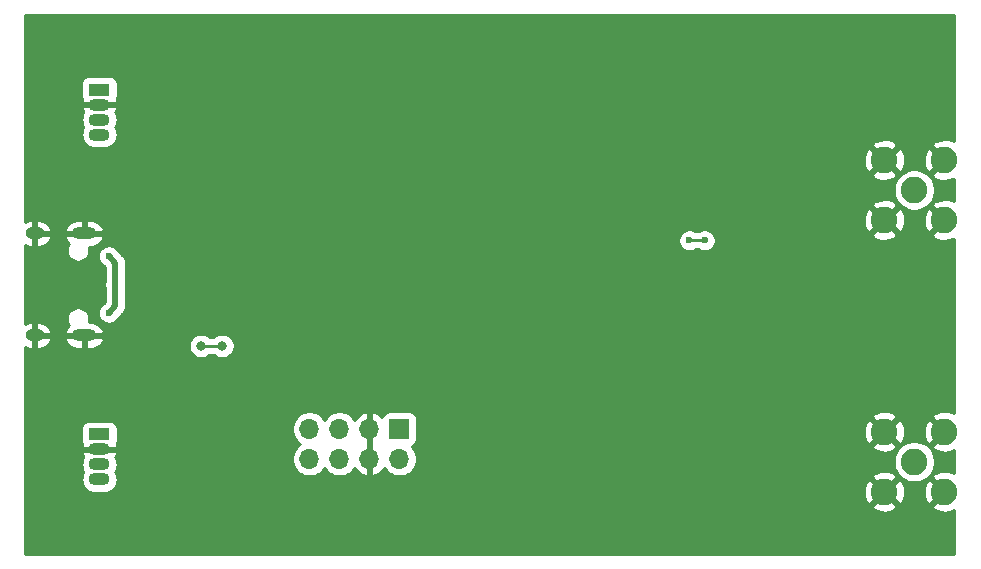
<source format=gbr>
G04 #@! TF.GenerationSoftware,KiCad,Pcbnew,5.1.8-db9833491~87~ubuntu20.04.1*
G04 #@! TF.CreationDate,2020-11-19T11:44:44+01:00*
G04 #@! TF.ProjectId,daisy,64616973-792e-46b6-9963-61645f706362,v1.0*
G04 #@! TF.SameCoordinates,Original*
G04 #@! TF.FileFunction,Copper,L2,Bot*
G04 #@! TF.FilePolarity,Positive*
%FSLAX46Y46*%
G04 Gerber Fmt 4.6, Leading zero omitted, Abs format (unit mm)*
G04 Created by KiCad (PCBNEW 5.1.8-db9833491~87~ubuntu20.04.1) date 2020-11-19 11:44:44*
%MOMM*%
%LPD*%
G01*
G04 APERTURE LIST*
G04 #@! TA.AperFunction,ComponentPad*
%ADD10C,2.250000*%
G04 #@! TD*
G04 #@! TA.AperFunction,ComponentPad*
%ADD11O,1.600000X1.000000*%
G04 #@! TD*
G04 #@! TA.AperFunction,ComponentPad*
%ADD12O,2.100000X1.000000*%
G04 #@! TD*
G04 #@! TA.AperFunction,ComponentPad*
%ADD13O,1.800000X1.070000*%
G04 #@! TD*
G04 #@! TA.AperFunction,ComponentPad*
%ADD14R,1.800000X1.070000*%
G04 #@! TD*
G04 #@! TA.AperFunction,ComponentPad*
%ADD15R,1.700000X1.700000*%
G04 #@! TD*
G04 #@! TA.AperFunction,ComponentPad*
%ADD16O,1.700000X1.700000*%
G04 #@! TD*
G04 #@! TA.AperFunction,ViaPad*
%ADD17C,0.600000*%
G04 #@! TD*
G04 #@! TA.AperFunction,ViaPad*
%ADD18C,0.800000*%
G04 #@! TD*
G04 #@! TA.AperFunction,Conductor*
%ADD19C,0.500000*%
G04 #@! TD*
G04 #@! TA.AperFunction,Conductor*
%ADD20C,0.250000*%
G04 #@! TD*
G04 #@! TA.AperFunction,Conductor*
%ADD21C,0.254000*%
G04 #@! TD*
G04 #@! TA.AperFunction,Conductor*
%ADD22C,0.100000*%
G04 #@! TD*
G04 APERTURE END LIST*
D10*
X196000000Y-128500000D03*
X193460000Y-131040000D03*
X198540000Y-131040000D03*
X198540000Y-125960000D03*
X193460000Y-125960000D03*
X196000000Y-105500000D03*
X193460000Y-108040000D03*
X198540000Y-108040000D03*
X198540000Y-102960000D03*
X193460000Y-102960000D03*
D11*
X121530000Y-117820000D03*
X121530000Y-109180000D03*
D12*
X125710000Y-109180000D03*
X125710000Y-117820000D03*
D13*
X127000000Y-100810000D03*
X127000000Y-99540000D03*
X127000000Y-98270000D03*
D14*
X127000000Y-97000000D03*
X127000000Y-126200000D03*
D13*
X127000000Y-127470000D03*
X127000000Y-128740000D03*
X127000000Y-130010000D03*
D15*
X152400000Y-125730000D03*
D16*
X152400000Y-128270000D03*
X149860000Y-125730000D03*
X149860000Y-128270000D03*
X147320000Y-125730000D03*
X147320000Y-128270000D03*
X144780000Y-125730000D03*
X144780000Y-128270000D03*
D17*
X130530002Y-113500000D03*
D18*
X127800000Y-122050000D03*
X135000000Y-122050000D03*
D17*
X144050006Y-112750000D03*
D18*
X138160000Y-107439998D03*
X143830000Y-119560000D03*
X134930000Y-116330000D03*
X150000001Y-112230000D03*
X189500000Y-132850000D03*
X186950000Y-132850000D03*
X189500000Y-117150012D03*
X188249974Y-117150000D03*
X186950000Y-117150000D03*
X180100000Y-117150000D03*
X172499998Y-117150000D03*
X173750000Y-117150000D03*
X189499998Y-94150000D03*
X188250002Y-94150000D03*
X186950000Y-94150000D03*
X181400000Y-94150000D03*
X180100000Y-94150010D03*
X186950000Y-109850000D03*
X189500000Y-109849996D03*
X181374990Y-117150000D03*
X178049990Y-116500000D03*
X178050000Y-93500000D03*
X173750000Y-94149994D03*
X172500000Y-94150000D03*
X172510002Y-107140000D03*
X172500000Y-130139998D03*
X131430000Y-121190000D03*
X131879999Y-116100000D03*
X131879990Y-110900000D03*
X149990000Y-113740000D03*
X142839998Y-121060000D03*
D17*
X127800000Y-115900000D03*
X128340000Y-113500000D03*
X127800000Y-111100000D03*
D18*
X137400000Y-118700000D03*
X135600000Y-118700000D03*
D17*
X176939996Y-109760000D03*
X178230000Y-109760001D03*
D19*
X127800000Y-115900000D02*
X128340000Y-115360000D01*
X128340000Y-113924264D02*
X128340000Y-113500000D01*
X128340000Y-115360000D02*
X128340000Y-113924264D01*
X128340000Y-113075736D02*
X128340000Y-113500000D01*
X127800000Y-111100000D02*
X128340000Y-111640000D01*
X128340000Y-111640000D02*
X128340000Y-113075736D01*
D20*
X135600000Y-118700000D02*
X137400000Y-118700000D01*
X177805736Y-109760001D02*
X178230000Y-109760001D01*
X176939996Y-109760000D02*
X177805736Y-109760001D01*
D21*
X199315000Y-101379813D02*
X199163160Y-101304911D01*
X198828295Y-101215140D01*
X198482350Y-101192424D01*
X198138620Y-101237634D01*
X197810315Y-101349034D01*
X197605921Y-101458286D01*
X197495074Y-101735469D01*
X198540000Y-102780395D01*
X198554143Y-102766253D01*
X198733748Y-102945858D01*
X198719605Y-102960000D01*
X198733748Y-102974143D01*
X198554143Y-103153748D01*
X198540000Y-103139605D01*
X197495074Y-104184531D01*
X197605921Y-104461714D01*
X197916840Y-104615089D01*
X198251705Y-104704860D01*
X198597650Y-104727576D01*
X198941380Y-104682366D01*
X199269685Y-104570966D01*
X199315000Y-104546744D01*
X199315000Y-106459813D01*
X199163160Y-106384911D01*
X198828295Y-106295140D01*
X198482350Y-106272424D01*
X198138620Y-106317634D01*
X197810315Y-106429034D01*
X197605921Y-106538286D01*
X197495074Y-106815469D01*
X198540000Y-107860395D01*
X198554143Y-107846253D01*
X198733748Y-108025858D01*
X198719605Y-108040000D01*
X198733748Y-108054143D01*
X198554143Y-108233748D01*
X198540000Y-108219605D01*
X197495074Y-109264531D01*
X197605921Y-109541714D01*
X197916840Y-109695089D01*
X198251705Y-109784860D01*
X198597650Y-109807576D01*
X198941380Y-109762366D01*
X199269685Y-109650966D01*
X199315000Y-109626744D01*
X199315001Y-124379813D01*
X199163160Y-124304911D01*
X198828295Y-124215140D01*
X198482350Y-124192424D01*
X198138620Y-124237634D01*
X197810315Y-124349034D01*
X197605921Y-124458286D01*
X197495074Y-124735469D01*
X198540000Y-125780395D01*
X198554143Y-125766253D01*
X198733748Y-125945858D01*
X198719605Y-125960000D01*
X198733748Y-125974143D01*
X198554143Y-126153748D01*
X198540000Y-126139605D01*
X197495074Y-127184531D01*
X197605921Y-127461714D01*
X197916840Y-127615089D01*
X198251705Y-127704860D01*
X198597650Y-127727576D01*
X198941380Y-127682366D01*
X199269685Y-127570966D01*
X199315001Y-127546744D01*
X199315001Y-129459813D01*
X199163160Y-129384911D01*
X198828295Y-129295140D01*
X198482350Y-129272424D01*
X198138620Y-129317634D01*
X197810315Y-129429034D01*
X197605921Y-129538286D01*
X197495074Y-129815469D01*
X198540000Y-130860395D01*
X198554143Y-130846253D01*
X198733748Y-131025858D01*
X198719605Y-131040000D01*
X198733748Y-131054143D01*
X198554143Y-131233748D01*
X198540000Y-131219605D01*
X197495074Y-132264531D01*
X197605921Y-132541714D01*
X197916840Y-132695089D01*
X198251705Y-132784860D01*
X198597650Y-132807576D01*
X198941380Y-132762366D01*
X199269685Y-132650966D01*
X199315001Y-132626744D01*
X199315001Y-136315000D01*
X120685000Y-136315000D01*
X120685000Y-132264531D01*
X192415074Y-132264531D01*
X192525921Y-132541714D01*
X192836840Y-132695089D01*
X193171705Y-132784860D01*
X193517650Y-132807576D01*
X193861380Y-132762366D01*
X194189685Y-132650966D01*
X194394079Y-132541714D01*
X194504926Y-132264531D01*
X193460000Y-131219605D01*
X192415074Y-132264531D01*
X120685000Y-132264531D01*
X120685000Y-128740000D01*
X125459339Y-128740000D01*
X125481929Y-128969360D01*
X125548831Y-129189906D01*
X125647766Y-129375000D01*
X125548831Y-129560094D01*
X125481929Y-129780640D01*
X125459339Y-130010000D01*
X125481929Y-130239360D01*
X125548831Y-130459906D01*
X125657474Y-130663162D01*
X125803682Y-130841318D01*
X125981838Y-130987526D01*
X126185094Y-131096169D01*
X126405640Y-131163071D01*
X126577523Y-131180000D01*
X127422477Y-131180000D01*
X127594360Y-131163071D01*
X127810023Y-131097650D01*
X191692424Y-131097650D01*
X191737634Y-131441380D01*
X191849034Y-131769685D01*
X191958286Y-131974079D01*
X192235469Y-132084926D01*
X193280395Y-131040000D01*
X193639605Y-131040000D01*
X194684531Y-132084926D01*
X194961714Y-131974079D01*
X195115089Y-131663160D01*
X195204860Y-131328295D01*
X195220004Y-131097650D01*
X196772424Y-131097650D01*
X196817634Y-131441380D01*
X196929034Y-131769685D01*
X197038286Y-131974079D01*
X197315469Y-132084926D01*
X198360395Y-131040000D01*
X197315469Y-129995074D01*
X197038286Y-130105921D01*
X196884911Y-130416840D01*
X196795140Y-130751705D01*
X196772424Y-131097650D01*
X195220004Y-131097650D01*
X195227576Y-130982350D01*
X195182366Y-130638620D01*
X195070966Y-130310315D01*
X194961714Y-130105921D01*
X194684531Y-129995074D01*
X193639605Y-131040000D01*
X193280395Y-131040000D01*
X192235469Y-129995074D01*
X191958286Y-130105921D01*
X191804911Y-130416840D01*
X191715140Y-130751705D01*
X191692424Y-131097650D01*
X127810023Y-131097650D01*
X127814906Y-131096169D01*
X128018162Y-130987526D01*
X128196318Y-130841318D01*
X128342526Y-130663162D01*
X128451169Y-130459906D01*
X128518071Y-130239360D01*
X128540661Y-130010000D01*
X128521502Y-129815469D01*
X192415074Y-129815469D01*
X193460000Y-130860395D01*
X194504926Y-129815469D01*
X194394079Y-129538286D01*
X194083160Y-129384911D01*
X193748295Y-129295140D01*
X193402350Y-129272424D01*
X193058620Y-129317634D01*
X192730315Y-129429034D01*
X192525921Y-129538286D01*
X192415074Y-129815469D01*
X128521502Y-129815469D01*
X128518071Y-129780640D01*
X128451169Y-129560094D01*
X128352234Y-129375000D01*
X128451169Y-129189906D01*
X128518071Y-128969360D01*
X128540661Y-128740000D01*
X128518071Y-128510640D01*
X128451169Y-128290094D01*
X128350846Y-128102404D01*
X128408377Y-128014421D01*
X128493900Y-127777383D01*
X128368244Y-127597000D01*
X127627560Y-127597000D01*
X127594360Y-127586929D01*
X127422477Y-127570000D01*
X126577523Y-127570000D01*
X126405640Y-127586929D01*
X126372440Y-127597000D01*
X125631756Y-127597000D01*
X125506100Y-127777383D01*
X125591623Y-128014421D01*
X125649154Y-128102404D01*
X125548831Y-128290094D01*
X125481929Y-128510640D01*
X125459339Y-128740000D01*
X120685000Y-128740000D01*
X120685000Y-125665000D01*
X125461928Y-125665000D01*
X125461928Y-126735000D01*
X125474188Y-126859482D01*
X125510498Y-126979180D01*
X125547385Y-127048190D01*
X125506100Y-127162617D01*
X125631756Y-127343000D01*
X125916800Y-127343000D01*
X125975518Y-127360812D01*
X126100000Y-127373072D01*
X127900000Y-127373072D01*
X128024482Y-127360812D01*
X128083200Y-127343000D01*
X128368244Y-127343000D01*
X128493900Y-127162617D01*
X128452615Y-127048190D01*
X128489502Y-126979180D01*
X128525812Y-126859482D01*
X128538072Y-126735000D01*
X128538072Y-125665000D01*
X128530069Y-125583740D01*
X143295000Y-125583740D01*
X143295000Y-125876260D01*
X143352068Y-126163158D01*
X143464010Y-126433411D01*
X143626525Y-126676632D01*
X143833368Y-126883475D01*
X144007760Y-127000000D01*
X143833368Y-127116525D01*
X143626525Y-127323368D01*
X143464010Y-127566589D01*
X143352068Y-127836842D01*
X143295000Y-128123740D01*
X143295000Y-128416260D01*
X143352068Y-128703158D01*
X143464010Y-128973411D01*
X143626525Y-129216632D01*
X143833368Y-129423475D01*
X144076589Y-129585990D01*
X144346842Y-129697932D01*
X144633740Y-129755000D01*
X144926260Y-129755000D01*
X145213158Y-129697932D01*
X145483411Y-129585990D01*
X145726632Y-129423475D01*
X145933475Y-129216632D01*
X146050000Y-129042240D01*
X146166525Y-129216632D01*
X146373368Y-129423475D01*
X146616589Y-129585990D01*
X146886842Y-129697932D01*
X147173740Y-129755000D01*
X147466260Y-129755000D01*
X147753158Y-129697932D01*
X148023411Y-129585990D01*
X148266632Y-129423475D01*
X148473475Y-129216632D01*
X148595195Y-129034466D01*
X148664822Y-129151355D01*
X148859731Y-129367588D01*
X149093080Y-129541641D01*
X149355901Y-129666825D01*
X149503110Y-129711476D01*
X149733000Y-129590155D01*
X149733000Y-128397000D01*
X149713000Y-128397000D01*
X149713000Y-128143000D01*
X149733000Y-128143000D01*
X149733000Y-125857000D01*
X149713000Y-125857000D01*
X149713000Y-125603000D01*
X149733000Y-125603000D01*
X149733000Y-124409845D01*
X149987000Y-124409845D01*
X149987000Y-125603000D01*
X150007000Y-125603000D01*
X150007000Y-125857000D01*
X149987000Y-125857000D01*
X149987000Y-128143000D01*
X150007000Y-128143000D01*
X150007000Y-128397000D01*
X149987000Y-128397000D01*
X149987000Y-129590155D01*
X150216890Y-129711476D01*
X150364099Y-129666825D01*
X150626920Y-129541641D01*
X150860269Y-129367588D01*
X151055178Y-129151355D01*
X151124805Y-129034466D01*
X151246525Y-129216632D01*
X151453368Y-129423475D01*
X151696589Y-129585990D01*
X151966842Y-129697932D01*
X152253740Y-129755000D01*
X152546260Y-129755000D01*
X152833158Y-129697932D01*
X153103411Y-129585990D01*
X153346632Y-129423475D01*
X153553475Y-129216632D01*
X153715990Y-128973411D01*
X153827932Y-128703158D01*
X153885000Y-128416260D01*
X153885000Y-128326655D01*
X194240000Y-128326655D01*
X194240000Y-128673345D01*
X194307636Y-129013373D01*
X194440308Y-129333673D01*
X194632919Y-129621935D01*
X194878065Y-129867081D01*
X195166327Y-130059692D01*
X195486627Y-130192364D01*
X195826655Y-130260000D01*
X196173345Y-130260000D01*
X196513373Y-130192364D01*
X196833673Y-130059692D01*
X197121935Y-129867081D01*
X197367081Y-129621935D01*
X197559692Y-129333673D01*
X197692364Y-129013373D01*
X197760000Y-128673345D01*
X197760000Y-128326655D01*
X197692364Y-127986627D01*
X197559692Y-127666327D01*
X197367081Y-127378065D01*
X197121935Y-127132919D01*
X196833673Y-126940308D01*
X196513373Y-126807636D01*
X196173345Y-126740000D01*
X195826655Y-126740000D01*
X195486627Y-126807636D01*
X195166327Y-126940308D01*
X194878065Y-127132919D01*
X194632919Y-127378065D01*
X194440308Y-127666327D01*
X194307636Y-127986627D01*
X194240000Y-128326655D01*
X153885000Y-128326655D01*
X153885000Y-128123740D01*
X153827932Y-127836842D01*
X153715990Y-127566589D01*
X153553475Y-127323368D01*
X153421620Y-127191513D01*
X153444636Y-127184531D01*
X192415074Y-127184531D01*
X192525921Y-127461714D01*
X192836840Y-127615089D01*
X193171705Y-127704860D01*
X193517650Y-127727576D01*
X193861380Y-127682366D01*
X194189685Y-127570966D01*
X194394079Y-127461714D01*
X194504926Y-127184531D01*
X193460000Y-126139605D01*
X192415074Y-127184531D01*
X153444636Y-127184531D01*
X153494180Y-127169502D01*
X153604494Y-127110537D01*
X153701185Y-127031185D01*
X153780537Y-126934494D01*
X153839502Y-126824180D01*
X153875812Y-126704482D01*
X153888072Y-126580000D01*
X153888072Y-126017650D01*
X191692424Y-126017650D01*
X191737634Y-126361380D01*
X191849034Y-126689685D01*
X191958286Y-126894079D01*
X192235469Y-127004926D01*
X193280395Y-125960000D01*
X193639605Y-125960000D01*
X194684531Y-127004926D01*
X194961714Y-126894079D01*
X195115089Y-126583160D01*
X195204860Y-126248295D01*
X195220004Y-126017650D01*
X196772424Y-126017650D01*
X196817634Y-126361380D01*
X196929034Y-126689685D01*
X197038286Y-126894079D01*
X197315469Y-127004926D01*
X198360395Y-125960000D01*
X197315469Y-124915074D01*
X197038286Y-125025921D01*
X196884911Y-125336840D01*
X196795140Y-125671705D01*
X196772424Y-126017650D01*
X195220004Y-126017650D01*
X195227576Y-125902350D01*
X195182366Y-125558620D01*
X195070966Y-125230315D01*
X194961714Y-125025921D01*
X194684531Y-124915074D01*
X193639605Y-125960000D01*
X193280395Y-125960000D01*
X192235469Y-124915074D01*
X191958286Y-125025921D01*
X191804911Y-125336840D01*
X191715140Y-125671705D01*
X191692424Y-126017650D01*
X153888072Y-126017650D01*
X153888072Y-124880000D01*
X153875812Y-124755518D01*
X153869731Y-124735469D01*
X192415074Y-124735469D01*
X193460000Y-125780395D01*
X194504926Y-124735469D01*
X194394079Y-124458286D01*
X194083160Y-124304911D01*
X193748295Y-124215140D01*
X193402350Y-124192424D01*
X193058620Y-124237634D01*
X192730315Y-124349034D01*
X192525921Y-124458286D01*
X192415074Y-124735469D01*
X153869731Y-124735469D01*
X153839502Y-124635820D01*
X153780537Y-124525506D01*
X153701185Y-124428815D01*
X153604494Y-124349463D01*
X153494180Y-124290498D01*
X153374482Y-124254188D01*
X153250000Y-124241928D01*
X151550000Y-124241928D01*
X151425518Y-124254188D01*
X151305820Y-124290498D01*
X151195506Y-124349463D01*
X151098815Y-124428815D01*
X151019463Y-124525506D01*
X150960498Y-124635820D01*
X150936034Y-124716466D01*
X150860269Y-124632412D01*
X150626920Y-124458359D01*
X150364099Y-124333175D01*
X150216890Y-124288524D01*
X149987000Y-124409845D01*
X149733000Y-124409845D01*
X149503110Y-124288524D01*
X149355901Y-124333175D01*
X149093080Y-124458359D01*
X148859731Y-124632412D01*
X148664822Y-124848645D01*
X148595195Y-124965534D01*
X148473475Y-124783368D01*
X148266632Y-124576525D01*
X148023411Y-124414010D01*
X147753158Y-124302068D01*
X147466260Y-124245000D01*
X147173740Y-124245000D01*
X146886842Y-124302068D01*
X146616589Y-124414010D01*
X146373368Y-124576525D01*
X146166525Y-124783368D01*
X146050000Y-124957760D01*
X145933475Y-124783368D01*
X145726632Y-124576525D01*
X145483411Y-124414010D01*
X145213158Y-124302068D01*
X144926260Y-124245000D01*
X144633740Y-124245000D01*
X144346842Y-124302068D01*
X144076589Y-124414010D01*
X143833368Y-124576525D01*
X143626525Y-124783368D01*
X143464010Y-125026589D01*
X143352068Y-125296842D01*
X143295000Y-125583740D01*
X128530069Y-125583740D01*
X128525812Y-125540518D01*
X128489502Y-125420820D01*
X128430537Y-125310506D01*
X128351185Y-125213815D01*
X128254494Y-125134463D01*
X128144180Y-125075498D01*
X128024482Y-125039188D01*
X127900000Y-125026928D01*
X126100000Y-125026928D01*
X125975518Y-125039188D01*
X125855820Y-125075498D01*
X125745506Y-125134463D01*
X125648815Y-125213815D01*
X125569463Y-125310506D01*
X125510498Y-125420820D01*
X125474188Y-125540518D01*
X125461928Y-125665000D01*
X120685000Y-125665000D01*
X120685000Y-118822873D01*
X120884013Y-118908415D01*
X121103000Y-118955000D01*
X121403000Y-118955000D01*
X121403000Y-117947000D01*
X121657000Y-117947000D01*
X121657000Y-118955000D01*
X121957000Y-118955000D01*
X122175987Y-118908415D01*
X122381678Y-118820003D01*
X122566169Y-118693161D01*
X122722369Y-118532764D01*
X122844276Y-118344976D01*
X122924119Y-118121874D01*
X124065881Y-118121874D01*
X124145724Y-118344976D01*
X124267631Y-118532764D01*
X124423831Y-118693161D01*
X124608322Y-118820003D01*
X124814013Y-118908415D01*
X125033000Y-118955000D01*
X125583000Y-118955000D01*
X125583000Y-117947000D01*
X125837000Y-117947000D01*
X125837000Y-118955000D01*
X126387000Y-118955000D01*
X126605987Y-118908415D01*
X126811678Y-118820003D01*
X126996169Y-118693161D01*
X127088780Y-118598061D01*
X134565000Y-118598061D01*
X134565000Y-118801939D01*
X134604774Y-119001898D01*
X134682795Y-119190256D01*
X134796063Y-119359774D01*
X134940226Y-119503937D01*
X135109744Y-119617205D01*
X135298102Y-119695226D01*
X135498061Y-119735000D01*
X135701939Y-119735000D01*
X135901898Y-119695226D01*
X136090256Y-119617205D01*
X136259774Y-119503937D01*
X136303711Y-119460000D01*
X136696289Y-119460000D01*
X136740226Y-119503937D01*
X136909744Y-119617205D01*
X137098102Y-119695226D01*
X137298061Y-119735000D01*
X137501939Y-119735000D01*
X137701898Y-119695226D01*
X137890256Y-119617205D01*
X138059774Y-119503937D01*
X138203937Y-119359774D01*
X138317205Y-119190256D01*
X138395226Y-119001898D01*
X138435000Y-118801939D01*
X138435000Y-118598061D01*
X138395226Y-118398102D01*
X138317205Y-118209744D01*
X138203937Y-118040226D01*
X138059774Y-117896063D01*
X137890256Y-117782795D01*
X137701898Y-117704774D01*
X137501939Y-117665000D01*
X137298061Y-117665000D01*
X137098102Y-117704774D01*
X136909744Y-117782795D01*
X136740226Y-117896063D01*
X136696289Y-117940000D01*
X136303711Y-117940000D01*
X136259774Y-117896063D01*
X136090256Y-117782795D01*
X135901898Y-117704774D01*
X135701939Y-117665000D01*
X135498061Y-117665000D01*
X135298102Y-117704774D01*
X135109744Y-117782795D01*
X134940226Y-117896063D01*
X134796063Y-118040226D01*
X134682795Y-118209744D01*
X134604774Y-118398102D01*
X134565000Y-118598061D01*
X127088780Y-118598061D01*
X127152369Y-118532764D01*
X127274276Y-118344976D01*
X127354119Y-118121874D01*
X127227954Y-117947000D01*
X125837000Y-117947000D01*
X125583000Y-117947000D01*
X124192046Y-117947000D01*
X124065881Y-118121874D01*
X122924119Y-118121874D01*
X122797954Y-117947000D01*
X121657000Y-117947000D01*
X121403000Y-117947000D01*
X121383000Y-117947000D01*
X121383000Y-117693000D01*
X121403000Y-117693000D01*
X121403000Y-116685000D01*
X121657000Y-116685000D01*
X121657000Y-117693000D01*
X122797954Y-117693000D01*
X122924119Y-117518126D01*
X124065881Y-117518126D01*
X124192046Y-117693000D01*
X125583000Y-117693000D01*
X125583000Y-117673000D01*
X125837000Y-117673000D01*
X125837000Y-117693000D01*
X127227954Y-117693000D01*
X127354119Y-117518126D01*
X127274276Y-117295024D01*
X127152369Y-117107236D01*
X126996169Y-116946839D01*
X126811678Y-116819997D01*
X126605987Y-116731585D01*
X126387000Y-116685000D01*
X126096904Y-116685000D01*
X126103108Y-116670022D01*
X126140000Y-116484552D01*
X126140000Y-116295448D01*
X126103108Y-116109978D01*
X126030741Y-115935269D01*
X125925681Y-115778036D01*
X125791964Y-115644319D01*
X125634731Y-115539259D01*
X125460022Y-115466892D01*
X125274552Y-115430000D01*
X125085448Y-115430000D01*
X124899978Y-115466892D01*
X124725269Y-115539259D01*
X124568036Y-115644319D01*
X124434319Y-115778036D01*
X124329259Y-115935269D01*
X124256892Y-116109978D01*
X124220000Y-116295448D01*
X124220000Y-116484552D01*
X124256892Y-116670022D01*
X124329259Y-116844731D01*
X124408206Y-116962884D01*
X124267631Y-117107236D01*
X124145724Y-117295024D01*
X124065881Y-117518126D01*
X122924119Y-117518126D01*
X122844276Y-117295024D01*
X122722369Y-117107236D01*
X122566169Y-116946839D01*
X122381678Y-116819997D01*
X122175987Y-116731585D01*
X121957000Y-116685000D01*
X121657000Y-116685000D01*
X121403000Y-116685000D01*
X121103000Y-116685000D01*
X120884013Y-116731585D01*
X120685000Y-116817127D01*
X120685000Y-110182873D01*
X120884013Y-110268415D01*
X121103000Y-110315000D01*
X121403000Y-110315000D01*
X121403000Y-109307000D01*
X121657000Y-109307000D01*
X121657000Y-110315000D01*
X121957000Y-110315000D01*
X122175987Y-110268415D01*
X122381678Y-110180003D01*
X122566169Y-110053161D01*
X122722369Y-109892764D01*
X122844276Y-109704976D01*
X122924119Y-109481874D01*
X124065881Y-109481874D01*
X124145724Y-109704976D01*
X124267631Y-109892764D01*
X124408206Y-110037116D01*
X124329259Y-110155269D01*
X124256892Y-110329978D01*
X124220000Y-110515448D01*
X124220000Y-110704552D01*
X124256892Y-110890022D01*
X124329259Y-111064731D01*
X124434319Y-111221964D01*
X124568036Y-111355681D01*
X124725269Y-111460741D01*
X124899978Y-111533108D01*
X125085448Y-111570000D01*
X125274552Y-111570000D01*
X125460022Y-111533108D01*
X125634731Y-111460741D01*
X125791964Y-111355681D01*
X125925681Y-111221964D01*
X126030741Y-111064731D01*
X126054276Y-111007911D01*
X126865000Y-111007911D01*
X126865000Y-111192089D01*
X126900932Y-111372729D01*
X126971414Y-111542889D01*
X127073738Y-111696028D01*
X127203972Y-111826262D01*
X127357111Y-111928586D01*
X127391077Y-111942655D01*
X127455000Y-112006578D01*
X127455001Y-113032250D01*
X127455000Y-113032260D01*
X127455000Y-113193308D01*
X127440932Y-113227271D01*
X127405000Y-113407911D01*
X127405000Y-113592089D01*
X127440932Y-113772729D01*
X127455000Y-113806692D01*
X127455000Y-113967740D01*
X127455001Y-113967750D01*
X127455000Y-114993422D01*
X127391077Y-115057345D01*
X127357111Y-115071414D01*
X127203972Y-115173738D01*
X127073738Y-115303972D01*
X126971414Y-115457111D01*
X126900932Y-115627271D01*
X126865000Y-115807911D01*
X126865000Y-115992089D01*
X126900932Y-116172729D01*
X126971414Y-116342889D01*
X127073738Y-116496028D01*
X127203972Y-116626262D01*
X127357111Y-116728586D01*
X127527271Y-116799068D01*
X127707911Y-116835000D01*
X127892089Y-116835000D01*
X128072729Y-116799068D01*
X128242889Y-116728586D01*
X128396028Y-116626262D01*
X128526262Y-116496028D01*
X128628586Y-116342889D01*
X128642655Y-116308923D01*
X128935045Y-116016533D01*
X128968817Y-115988817D01*
X129079411Y-115854059D01*
X129161589Y-115700313D01*
X129212195Y-115533490D01*
X129225000Y-115403477D01*
X129225000Y-115403467D01*
X129229281Y-115360001D01*
X129225000Y-115316535D01*
X129225000Y-113806692D01*
X129239068Y-113772729D01*
X129275000Y-113592089D01*
X129275000Y-113407911D01*
X129239068Y-113227271D01*
X129225000Y-113193308D01*
X129225000Y-111683465D01*
X129229281Y-111639999D01*
X129225000Y-111596533D01*
X129225000Y-111596523D01*
X129212195Y-111466510D01*
X129161589Y-111299687D01*
X129079411Y-111145941D01*
X128968817Y-111011183D01*
X128935045Y-110983467D01*
X128642655Y-110691077D01*
X128628586Y-110657111D01*
X128526262Y-110503972D01*
X128396028Y-110373738D01*
X128242889Y-110271414D01*
X128072729Y-110200932D01*
X127892089Y-110165000D01*
X127707911Y-110165000D01*
X127527271Y-110200932D01*
X127357111Y-110271414D01*
X127203972Y-110373738D01*
X127073738Y-110503972D01*
X126971414Y-110657111D01*
X126900932Y-110827271D01*
X126865000Y-111007911D01*
X126054276Y-111007911D01*
X126103108Y-110890022D01*
X126140000Y-110704552D01*
X126140000Y-110515448D01*
X126103108Y-110329978D01*
X126096904Y-110315000D01*
X126387000Y-110315000D01*
X126605987Y-110268415D01*
X126811678Y-110180003D01*
X126996169Y-110053161D01*
X127152369Y-109892764D01*
X127274276Y-109704976D01*
X127287540Y-109667911D01*
X176004996Y-109667911D01*
X176004996Y-109852089D01*
X176040928Y-110032729D01*
X176111410Y-110202889D01*
X176213734Y-110356028D01*
X176343968Y-110486262D01*
X176497107Y-110588586D01*
X176667267Y-110659068D01*
X176847907Y-110695000D01*
X177032085Y-110695000D01*
X177212725Y-110659068D01*
X177382885Y-110588586D01*
X177485531Y-110520000D01*
X177684464Y-110520001D01*
X177787111Y-110588587D01*
X177957271Y-110659069D01*
X178137911Y-110695001D01*
X178322089Y-110695001D01*
X178502729Y-110659069D01*
X178672889Y-110588587D01*
X178826028Y-110486263D01*
X178956262Y-110356029D01*
X179058586Y-110202890D01*
X179129068Y-110032730D01*
X179165000Y-109852090D01*
X179165000Y-109667912D01*
X179129068Y-109487272D01*
X179058586Y-109317112D01*
X179023453Y-109264531D01*
X192415074Y-109264531D01*
X192525921Y-109541714D01*
X192836840Y-109695089D01*
X193171705Y-109784860D01*
X193517650Y-109807576D01*
X193861380Y-109762366D01*
X194189685Y-109650966D01*
X194394079Y-109541714D01*
X194504926Y-109264531D01*
X193460000Y-108219605D01*
X192415074Y-109264531D01*
X179023453Y-109264531D01*
X178956262Y-109163973D01*
X178826028Y-109033739D01*
X178672889Y-108931415D01*
X178502729Y-108860933D01*
X178322089Y-108825001D01*
X178137911Y-108825001D01*
X177957271Y-108860933D01*
X177787111Y-108931415D01*
X177684464Y-109000002D01*
X177485533Y-109000001D01*
X177382885Y-108931414D01*
X177212725Y-108860932D01*
X177032085Y-108825000D01*
X176847907Y-108825000D01*
X176667267Y-108860932D01*
X176497107Y-108931414D01*
X176343968Y-109033738D01*
X176213734Y-109163972D01*
X176111410Y-109317111D01*
X176040928Y-109487271D01*
X176004996Y-109667911D01*
X127287540Y-109667911D01*
X127354119Y-109481874D01*
X127227954Y-109307000D01*
X125837000Y-109307000D01*
X125837000Y-109327000D01*
X125583000Y-109327000D01*
X125583000Y-109307000D01*
X124192046Y-109307000D01*
X124065881Y-109481874D01*
X122924119Y-109481874D01*
X122797954Y-109307000D01*
X121657000Y-109307000D01*
X121403000Y-109307000D01*
X121383000Y-109307000D01*
X121383000Y-109053000D01*
X121403000Y-109053000D01*
X121403000Y-108045000D01*
X121657000Y-108045000D01*
X121657000Y-109053000D01*
X122797954Y-109053000D01*
X122924119Y-108878126D01*
X124065881Y-108878126D01*
X124192046Y-109053000D01*
X125583000Y-109053000D01*
X125583000Y-108045000D01*
X125837000Y-108045000D01*
X125837000Y-109053000D01*
X127227954Y-109053000D01*
X127354119Y-108878126D01*
X127274276Y-108655024D01*
X127152369Y-108467236D01*
X126996169Y-108306839D01*
X126811678Y-108179997D01*
X126620098Y-108097650D01*
X191692424Y-108097650D01*
X191737634Y-108441380D01*
X191849034Y-108769685D01*
X191958286Y-108974079D01*
X192235469Y-109084926D01*
X193280395Y-108040000D01*
X193639605Y-108040000D01*
X194684531Y-109084926D01*
X194961714Y-108974079D01*
X195115089Y-108663160D01*
X195204860Y-108328295D01*
X195220004Y-108097650D01*
X196772424Y-108097650D01*
X196817634Y-108441380D01*
X196929034Y-108769685D01*
X197038286Y-108974079D01*
X197315469Y-109084926D01*
X198360395Y-108040000D01*
X197315469Y-106995074D01*
X197038286Y-107105921D01*
X196884911Y-107416840D01*
X196795140Y-107751705D01*
X196772424Y-108097650D01*
X195220004Y-108097650D01*
X195227576Y-107982350D01*
X195182366Y-107638620D01*
X195070966Y-107310315D01*
X194961714Y-107105921D01*
X194684531Y-106995074D01*
X193639605Y-108040000D01*
X193280395Y-108040000D01*
X192235469Y-106995074D01*
X191958286Y-107105921D01*
X191804911Y-107416840D01*
X191715140Y-107751705D01*
X191692424Y-108097650D01*
X126620098Y-108097650D01*
X126605987Y-108091585D01*
X126387000Y-108045000D01*
X125837000Y-108045000D01*
X125583000Y-108045000D01*
X125033000Y-108045000D01*
X124814013Y-108091585D01*
X124608322Y-108179997D01*
X124423831Y-108306839D01*
X124267631Y-108467236D01*
X124145724Y-108655024D01*
X124065881Y-108878126D01*
X122924119Y-108878126D01*
X122844276Y-108655024D01*
X122722369Y-108467236D01*
X122566169Y-108306839D01*
X122381678Y-108179997D01*
X122175987Y-108091585D01*
X121957000Y-108045000D01*
X121657000Y-108045000D01*
X121403000Y-108045000D01*
X121103000Y-108045000D01*
X120884013Y-108091585D01*
X120685000Y-108177127D01*
X120685000Y-106815469D01*
X192415074Y-106815469D01*
X193460000Y-107860395D01*
X194504926Y-106815469D01*
X194394079Y-106538286D01*
X194083160Y-106384911D01*
X193748295Y-106295140D01*
X193402350Y-106272424D01*
X193058620Y-106317634D01*
X192730315Y-106429034D01*
X192525921Y-106538286D01*
X192415074Y-106815469D01*
X120685000Y-106815469D01*
X120685000Y-105326655D01*
X194240000Y-105326655D01*
X194240000Y-105673345D01*
X194307636Y-106013373D01*
X194440308Y-106333673D01*
X194632919Y-106621935D01*
X194878065Y-106867081D01*
X195166327Y-107059692D01*
X195486627Y-107192364D01*
X195826655Y-107260000D01*
X196173345Y-107260000D01*
X196513373Y-107192364D01*
X196833673Y-107059692D01*
X197121935Y-106867081D01*
X197367081Y-106621935D01*
X197559692Y-106333673D01*
X197692364Y-106013373D01*
X197760000Y-105673345D01*
X197760000Y-105326655D01*
X197692364Y-104986627D01*
X197559692Y-104666327D01*
X197367081Y-104378065D01*
X197121935Y-104132919D01*
X196833673Y-103940308D01*
X196513373Y-103807636D01*
X196173345Y-103740000D01*
X195826655Y-103740000D01*
X195486627Y-103807636D01*
X195166327Y-103940308D01*
X194878065Y-104132919D01*
X194632919Y-104378065D01*
X194440308Y-104666327D01*
X194307636Y-104986627D01*
X194240000Y-105326655D01*
X120685000Y-105326655D01*
X120685000Y-104184531D01*
X192415074Y-104184531D01*
X192525921Y-104461714D01*
X192836840Y-104615089D01*
X193171705Y-104704860D01*
X193517650Y-104727576D01*
X193861380Y-104682366D01*
X194189685Y-104570966D01*
X194394079Y-104461714D01*
X194504926Y-104184531D01*
X193460000Y-103139605D01*
X192415074Y-104184531D01*
X120685000Y-104184531D01*
X120685000Y-103017650D01*
X191692424Y-103017650D01*
X191737634Y-103361380D01*
X191849034Y-103689685D01*
X191958286Y-103894079D01*
X192235469Y-104004926D01*
X193280395Y-102960000D01*
X193639605Y-102960000D01*
X194684531Y-104004926D01*
X194961714Y-103894079D01*
X195115089Y-103583160D01*
X195204860Y-103248295D01*
X195220004Y-103017650D01*
X196772424Y-103017650D01*
X196817634Y-103361380D01*
X196929034Y-103689685D01*
X197038286Y-103894079D01*
X197315469Y-104004926D01*
X198360395Y-102960000D01*
X197315469Y-101915074D01*
X197038286Y-102025921D01*
X196884911Y-102336840D01*
X196795140Y-102671705D01*
X196772424Y-103017650D01*
X195220004Y-103017650D01*
X195227576Y-102902350D01*
X195182366Y-102558620D01*
X195070966Y-102230315D01*
X194961714Y-102025921D01*
X194684531Y-101915074D01*
X193639605Y-102960000D01*
X193280395Y-102960000D01*
X192235469Y-101915074D01*
X191958286Y-102025921D01*
X191804911Y-102336840D01*
X191715140Y-102671705D01*
X191692424Y-103017650D01*
X120685000Y-103017650D01*
X120685000Y-99540000D01*
X125459339Y-99540000D01*
X125481929Y-99769360D01*
X125548831Y-99989906D01*
X125647766Y-100175000D01*
X125548831Y-100360094D01*
X125481929Y-100580640D01*
X125459339Y-100810000D01*
X125481929Y-101039360D01*
X125548831Y-101259906D01*
X125657474Y-101463162D01*
X125803682Y-101641318D01*
X125981838Y-101787526D01*
X126185094Y-101896169D01*
X126405640Y-101963071D01*
X126577523Y-101980000D01*
X127422477Y-101980000D01*
X127594360Y-101963071D01*
X127814906Y-101896169D01*
X128018162Y-101787526D01*
X128081594Y-101735469D01*
X192415074Y-101735469D01*
X193460000Y-102780395D01*
X194504926Y-101735469D01*
X194394079Y-101458286D01*
X194083160Y-101304911D01*
X193748295Y-101215140D01*
X193402350Y-101192424D01*
X193058620Y-101237634D01*
X192730315Y-101349034D01*
X192525921Y-101458286D01*
X192415074Y-101735469D01*
X128081594Y-101735469D01*
X128196318Y-101641318D01*
X128342526Y-101463162D01*
X128451169Y-101259906D01*
X128518071Y-101039360D01*
X128540661Y-100810000D01*
X128518071Y-100580640D01*
X128451169Y-100360094D01*
X128352234Y-100175000D01*
X128451169Y-99989906D01*
X128518071Y-99769360D01*
X128540661Y-99540000D01*
X128518071Y-99310640D01*
X128451169Y-99090094D01*
X128350846Y-98902404D01*
X128408377Y-98814421D01*
X128493900Y-98577383D01*
X128368244Y-98397000D01*
X127627560Y-98397000D01*
X127594360Y-98386929D01*
X127422477Y-98370000D01*
X126577523Y-98370000D01*
X126405640Y-98386929D01*
X126372440Y-98397000D01*
X125631756Y-98397000D01*
X125506100Y-98577383D01*
X125591623Y-98814421D01*
X125649154Y-98902404D01*
X125548831Y-99090094D01*
X125481929Y-99310640D01*
X125459339Y-99540000D01*
X120685000Y-99540000D01*
X120685000Y-96465000D01*
X125461928Y-96465000D01*
X125461928Y-97535000D01*
X125474188Y-97659482D01*
X125510498Y-97779180D01*
X125547385Y-97848190D01*
X125506100Y-97962617D01*
X125631756Y-98143000D01*
X125916800Y-98143000D01*
X125975518Y-98160812D01*
X126100000Y-98173072D01*
X127900000Y-98173072D01*
X128024482Y-98160812D01*
X128083200Y-98143000D01*
X128368244Y-98143000D01*
X128493900Y-97962617D01*
X128452615Y-97848190D01*
X128489502Y-97779180D01*
X128525812Y-97659482D01*
X128538072Y-97535000D01*
X128538072Y-96465000D01*
X128525812Y-96340518D01*
X128489502Y-96220820D01*
X128430537Y-96110506D01*
X128351185Y-96013815D01*
X128254494Y-95934463D01*
X128144180Y-95875498D01*
X128024482Y-95839188D01*
X127900000Y-95826928D01*
X126100000Y-95826928D01*
X125975518Y-95839188D01*
X125855820Y-95875498D01*
X125745506Y-95934463D01*
X125648815Y-96013815D01*
X125569463Y-96110506D01*
X125510498Y-96220820D01*
X125474188Y-96340518D01*
X125461928Y-96465000D01*
X120685000Y-96465000D01*
X120685000Y-90685000D01*
X199315000Y-90685000D01*
X199315000Y-101379813D01*
G04 #@! TA.AperFunction,Conductor*
D22*
G36*
X199315000Y-101379813D02*
G01*
X199163160Y-101304911D01*
X198828295Y-101215140D01*
X198482350Y-101192424D01*
X198138620Y-101237634D01*
X197810315Y-101349034D01*
X197605921Y-101458286D01*
X197495074Y-101735469D01*
X198540000Y-102780395D01*
X198554143Y-102766253D01*
X198733748Y-102945858D01*
X198719605Y-102960000D01*
X198733748Y-102974143D01*
X198554143Y-103153748D01*
X198540000Y-103139605D01*
X197495074Y-104184531D01*
X197605921Y-104461714D01*
X197916840Y-104615089D01*
X198251705Y-104704860D01*
X198597650Y-104727576D01*
X198941380Y-104682366D01*
X199269685Y-104570966D01*
X199315000Y-104546744D01*
X199315000Y-106459813D01*
X199163160Y-106384911D01*
X198828295Y-106295140D01*
X198482350Y-106272424D01*
X198138620Y-106317634D01*
X197810315Y-106429034D01*
X197605921Y-106538286D01*
X197495074Y-106815469D01*
X198540000Y-107860395D01*
X198554143Y-107846253D01*
X198733748Y-108025858D01*
X198719605Y-108040000D01*
X198733748Y-108054143D01*
X198554143Y-108233748D01*
X198540000Y-108219605D01*
X197495074Y-109264531D01*
X197605921Y-109541714D01*
X197916840Y-109695089D01*
X198251705Y-109784860D01*
X198597650Y-109807576D01*
X198941380Y-109762366D01*
X199269685Y-109650966D01*
X199315000Y-109626744D01*
X199315001Y-124379813D01*
X199163160Y-124304911D01*
X198828295Y-124215140D01*
X198482350Y-124192424D01*
X198138620Y-124237634D01*
X197810315Y-124349034D01*
X197605921Y-124458286D01*
X197495074Y-124735469D01*
X198540000Y-125780395D01*
X198554143Y-125766253D01*
X198733748Y-125945858D01*
X198719605Y-125960000D01*
X198733748Y-125974143D01*
X198554143Y-126153748D01*
X198540000Y-126139605D01*
X197495074Y-127184531D01*
X197605921Y-127461714D01*
X197916840Y-127615089D01*
X198251705Y-127704860D01*
X198597650Y-127727576D01*
X198941380Y-127682366D01*
X199269685Y-127570966D01*
X199315001Y-127546744D01*
X199315001Y-129459813D01*
X199163160Y-129384911D01*
X198828295Y-129295140D01*
X198482350Y-129272424D01*
X198138620Y-129317634D01*
X197810315Y-129429034D01*
X197605921Y-129538286D01*
X197495074Y-129815469D01*
X198540000Y-130860395D01*
X198554143Y-130846253D01*
X198733748Y-131025858D01*
X198719605Y-131040000D01*
X198733748Y-131054143D01*
X198554143Y-131233748D01*
X198540000Y-131219605D01*
X197495074Y-132264531D01*
X197605921Y-132541714D01*
X197916840Y-132695089D01*
X198251705Y-132784860D01*
X198597650Y-132807576D01*
X198941380Y-132762366D01*
X199269685Y-132650966D01*
X199315001Y-132626744D01*
X199315001Y-136315000D01*
X120685000Y-136315000D01*
X120685000Y-132264531D01*
X192415074Y-132264531D01*
X192525921Y-132541714D01*
X192836840Y-132695089D01*
X193171705Y-132784860D01*
X193517650Y-132807576D01*
X193861380Y-132762366D01*
X194189685Y-132650966D01*
X194394079Y-132541714D01*
X194504926Y-132264531D01*
X193460000Y-131219605D01*
X192415074Y-132264531D01*
X120685000Y-132264531D01*
X120685000Y-128740000D01*
X125459339Y-128740000D01*
X125481929Y-128969360D01*
X125548831Y-129189906D01*
X125647766Y-129375000D01*
X125548831Y-129560094D01*
X125481929Y-129780640D01*
X125459339Y-130010000D01*
X125481929Y-130239360D01*
X125548831Y-130459906D01*
X125657474Y-130663162D01*
X125803682Y-130841318D01*
X125981838Y-130987526D01*
X126185094Y-131096169D01*
X126405640Y-131163071D01*
X126577523Y-131180000D01*
X127422477Y-131180000D01*
X127594360Y-131163071D01*
X127810023Y-131097650D01*
X191692424Y-131097650D01*
X191737634Y-131441380D01*
X191849034Y-131769685D01*
X191958286Y-131974079D01*
X192235469Y-132084926D01*
X193280395Y-131040000D01*
X193639605Y-131040000D01*
X194684531Y-132084926D01*
X194961714Y-131974079D01*
X195115089Y-131663160D01*
X195204860Y-131328295D01*
X195220004Y-131097650D01*
X196772424Y-131097650D01*
X196817634Y-131441380D01*
X196929034Y-131769685D01*
X197038286Y-131974079D01*
X197315469Y-132084926D01*
X198360395Y-131040000D01*
X197315469Y-129995074D01*
X197038286Y-130105921D01*
X196884911Y-130416840D01*
X196795140Y-130751705D01*
X196772424Y-131097650D01*
X195220004Y-131097650D01*
X195227576Y-130982350D01*
X195182366Y-130638620D01*
X195070966Y-130310315D01*
X194961714Y-130105921D01*
X194684531Y-129995074D01*
X193639605Y-131040000D01*
X193280395Y-131040000D01*
X192235469Y-129995074D01*
X191958286Y-130105921D01*
X191804911Y-130416840D01*
X191715140Y-130751705D01*
X191692424Y-131097650D01*
X127810023Y-131097650D01*
X127814906Y-131096169D01*
X128018162Y-130987526D01*
X128196318Y-130841318D01*
X128342526Y-130663162D01*
X128451169Y-130459906D01*
X128518071Y-130239360D01*
X128540661Y-130010000D01*
X128521502Y-129815469D01*
X192415074Y-129815469D01*
X193460000Y-130860395D01*
X194504926Y-129815469D01*
X194394079Y-129538286D01*
X194083160Y-129384911D01*
X193748295Y-129295140D01*
X193402350Y-129272424D01*
X193058620Y-129317634D01*
X192730315Y-129429034D01*
X192525921Y-129538286D01*
X192415074Y-129815469D01*
X128521502Y-129815469D01*
X128518071Y-129780640D01*
X128451169Y-129560094D01*
X128352234Y-129375000D01*
X128451169Y-129189906D01*
X128518071Y-128969360D01*
X128540661Y-128740000D01*
X128518071Y-128510640D01*
X128451169Y-128290094D01*
X128350846Y-128102404D01*
X128408377Y-128014421D01*
X128493900Y-127777383D01*
X128368244Y-127597000D01*
X127627560Y-127597000D01*
X127594360Y-127586929D01*
X127422477Y-127570000D01*
X126577523Y-127570000D01*
X126405640Y-127586929D01*
X126372440Y-127597000D01*
X125631756Y-127597000D01*
X125506100Y-127777383D01*
X125591623Y-128014421D01*
X125649154Y-128102404D01*
X125548831Y-128290094D01*
X125481929Y-128510640D01*
X125459339Y-128740000D01*
X120685000Y-128740000D01*
X120685000Y-125665000D01*
X125461928Y-125665000D01*
X125461928Y-126735000D01*
X125474188Y-126859482D01*
X125510498Y-126979180D01*
X125547385Y-127048190D01*
X125506100Y-127162617D01*
X125631756Y-127343000D01*
X125916800Y-127343000D01*
X125975518Y-127360812D01*
X126100000Y-127373072D01*
X127900000Y-127373072D01*
X128024482Y-127360812D01*
X128083200Y-127343000D01*
X128368244Y-127343000D01*
X128493900Y-127162617D01*
X128452615Y-127048190D01*
X128489502Y-126979180D01*
X128525812Y-126859482D01*
X128538072Y-126735000D01*
X128538072Y-125665000D01*
X128530069Y-125583740D01*
X143295000Y-125583740D01*
X143295000Y-125876260D01*
X143352068Y-126163158D01*
X143464010Y-126433411D01*
X143626525Y-126676632D01*
X143833368Y-126883475D01*
X144007760Y-127000000D01*
X143833368Y-127116525D01*
X143626525Y-127323368D01*
X143464010Y-127566589D01*
X143352068Y-127836842D01*
X143295000Y-128123740D01*
X143295000Y-128416260D01*
X143352068Y-128703158D01*
X143464010Y-128973411D01*
X143626525Y-129216632D01*
X143833368Y-129423475D01*
X144076589Y-129585990D01*
X144346842Y-129697932D01*
X144633740Y-129755000D01*
X144926260Y-129755000D01*
X145213158Y-129697932D01*
X145483411Y-129585990D01*
X145726632Y-129423475D01*
X145933475Y-129216632D01*
X146050000Y-129042240D01*
X146166525Y-129216632D01*
X146373368Y-129423475D01*
X146616589Y-129585990D01*
X146886842Y-129697932D01*
X147173740Y-129755000D01*
X147466260Y-129755000D01*
X147753158Y-129697932D01*
X148023411Y-129585990D01*
X148266632Y-129423475D01*
X148473475Y-129216632D01*
X148595195Y-129034466D01*
X148664822Y-129151355D01*
X148859731Y-129367588D01*
X149093080Y-129541641D01*
X149355901Y-129666825D01*
X149503110Y-129711476D01*
X149733000Y-129590155D01*
X149733000Y-128397000D01*
X149713000Y-128397000D01*
X149713000Y-128143000D01*
X149733000Y-128143000D01*
X149733000Y-125857000D01*
X149713000Y-125857000D01*
X149713000Y-125603000D01*
X149733000Y-125603000D01*
X149733000Y-124409845D01*
X149987000Y-124409845D01*
X149987000Y-125603000D01*
X150007000Y-125603000D01*
X150007000Y-125857000D01*
X149987000Y-125857000D01*
X149987000Y-128143000D01*
X150007000Y-128143000D01*
X150007000Y-128397000D01*
X149987000Y-128397000D01*
X149987000Y-129590155D01*
X150216890Y-129711476D01*
X150364099Y-129666825D01*
X150626920Y-129541641D01*
X150860269Y-129367588D01*
X151055178Y-129151355D01*
X151124805Y-129034466D01*
X151246525Y-129216632D01*
X151453368Y-129423475D01*
X151696589Y-129585990D01*
X151966842Y-129697932D01*
X152253740Y-129755000D01*
X152546260Y-129755000D01*
X152833158Y-129697932D01*
X153103411Y-129585990D01*
X153346632Y-129423475D01*
X153553475Y-129216632D01*
X153715990Y-128973411D01*
X153827932Y-128703158D01*
X153885000Y-128416260D01*
X153885000Y-128326655D01*
X194240000Y-128326655D01*
X194240000Y-128673345D01*
X194307636Y-129013373D01*
X194440308Y-129333673D01*
X194632919Y-129621935D01*
X194878065Y-129867081D01*
X195166327Y-130059692D01*
X195486627Y-130192364D01*
X195826655Y-130260000D01*
X196173345Y-130260000D01*
X196513373Y-130192364D01*
X196833673Y-130059692D01*
X197121935Y-129867081D01*
X197367081Y-129621935D01*
X197559692Y-129333673D01*
X197692364Y-129013373D01*
X197760000Y-128673345D01*
X197760000Y-128326655D01*
X197692364Y-127986627D01*
X197559692Y-127666327D01*
X197367081Y-127378065D01*
X197121935Y-127132919D01*
X196833673Y-126940308D01*
X196513373Y-126807636D01*
X196173345Y-126740000D01*
X195826655Y-126740000D01*
X195486627Y-126807636D01*
X195166327Y-126940308D01*
X194878065Y-127132919D01*
X194632919Y-127378065D01*
X194440308Y-127666327D01*
X194307636Y-127986627D01*
X194240000Y-128326655D01*
X153885000Y-128326655D01*
X153885000Y-128123740D01*
X153827932Y-127836842D01*
X153715990Y-127566589D01*
X153553475Y-127323368D01*
X153421620Y-127191513D01*
X153444636Y-127184531D01*
X192415074Y-127184531D01*
X192525921Y-127461714D01*
X192836840Y-127615089D01*
X193171705Y-127704860D01*
X193517650Y-127727576D01*
X193861380Y-127682366D01*
X194189685Y-127570966D01*
X194394079Y-127461714D01*
X194504926Y-127184531D01*
X193460000Y-126139605D01*
X192415074Y-127184531D01*
X153444636Y-127184531D01*
X153494180Y-127169502D01*
X153604494Y-127110537D01*
X153701185Y-127031185D01*
X153780537Y-126934494D01*
X153839502Y-126824180D01*
X153875812Y-126704482D01*
X153888072Y-126580000D01*
X153888072Y-126017650D01*
X191692424Y-126017650D01*
X191737634Y-126361380D01*
X191849034Y-126689685D01*
X191958286Y-126894079D01*
X192235469Y-127004926D01*
X193280395Y-125960000D01*
X193639605Y-125960000D01*
X194684531Y-127004926D01*
X194961714Y-126894079D01*
X195115089Y-126583160D01*
X195204860Y-126248295D01*
X195220004Y-126017650D01*
X196772424Y-126017650D01*
X196817634Y-126361380D01*
X196929034Y-126689685D01*
X197038286Y-126894079D01*
X197315469Y-127004926D01*
X198360395Y-125960000D01*
X197315469Y-124915074D01*
X197038286Y-125025921D01*
X196884911Y-125336840D01*
X196795140Y-125671705D01*
X196772424Y-126017650D01*
X195220004Y-126017650D01*
X195227576Y-125902350D01*
X195182366Y-125558620D01*
X195070966Y-125230315D01*
X194961714Y-125025921D01*
X194684531Y-124915074D01*
X193639605Y-125960000D01*
X193280395Y-125960000D01*
X192235469Y-124915074D01*
X191958286Y-125025921D01*
X191804911Y-125336840D01*
X191715140Y-125671705D01*
X191692424Y-126017650D01*
X153888072Y-126017650D01*
X153888072Y-124880000D01*
X153875812Y-124755518D01*
X153869731Y-124735469D01*
X192415074Y-124735469D01*
X193460000Y-125780395D01*
X194504926Y-124735469D01*
X194394079Y-124458286D01*
X194083160Y-124304911D01*
X193748295Y-124215140D01*
X193402350Y-124192424D01*
X193058620Y-124237634D01*
X192730315Y-124349034D01*
X192525921Y-124458286D01*
X192415074Y-124735469D01*
X153869731Y-124735469D01*
X153839502Y-124635820D01*
X153780537Y-124525506D01*
X153701185Y-124428815D01*
X153604494Y-124349463D01*
X153494180Y-124290498D01*
X153374482Y-124254188D01*
X153250000Y-124241928D01*
X151550000Y-124241928D01*
X151425518Y-124254188D01*
X151305820Y-124290498D01*
X151195506Y-124349463D01*
X151098815Y-124428815D01*
X151019463Y-124525506D01*
X150960498Y-124635820D01*
X150936034Y-124716466D01*
X150860269Y-124632412D01*
X150626920Y-124458359D01*
X150364099Y-124333175D01*
X150216890Y-124288524D01*
X149987000Y-124409845D01*
X149733000Y-124409845D01*
X149503110Y-124288524D01*
X149355901Y-124333175D01*
X149093080Y-124458359D01*
X148859731Y-124632412D01*
X148664822Y-124848645D01*
X148595195Y-124965534D01*
X148473475Y-124783368D01*
X148266632Y-124576525D01*
X148023411Y-124414010D01*
X147753158Y-124302068D01*
X147466260Y-124245000D01*
X147173740Y-124245000D01*
X146886842Y-124302068D01*
X146616589Y-124414010D01*
X146373368Y-124576525D01*
X146166525Y-124783368D01*
X146050000Y-124957760D01*
X145933475Y-124783368D01*
X145726632Y-124576525D01*
X145483411Y-124414010D01*
X145213158Y-124302068D01*
X144926260Y-124245000D01*
X144633740Y-124245000D01*
X144346842Y-124302068D01*
X144076589Y-124414010D01*
X143833368Y-124576525D01*
X143626525Y-124783368D01*
X143464010Y-125026589D01*
X143352068Y-125296842D01*
X143295000Y-125583740D01*
X128530069Y-125583740D01*
X128525812Y-125540518D01*
X128489502Y-125420820D01*
X128430537Y-125310506D01*
X128351185Y-125213815D01*
X128254494Y-125134463D01*
X128144180Y-125075498D01*
X128024482Y-125039188D01*
X127900000Y-125026928D01*
X126100000Y-125026928D01*
X125975518Y-125039188D01*
X125855820Y-125075498D01*
X125745506Y-125134463D01*
X125648815Y-125213815D01*
X125569463Y-125310506D01*
X125510498Y-125420820D01*
X125474188Y-125540518D01*
X125461928Y-125665000D01*
X120685000Y-125665000D01*
X120685000Y-118822873D01*
X120884013Y-118908415D01*
X121103000Y-118955000D01*
X121403000Y-118955000D01*
X121403000Y-117947000D01*
X121657000Y-117947000D01*
X121657000Y-118955000D01*
X121957000Y-118955000D01*
X122175987Y-118908415D01*
X122381678Y-118820003D01*
X122566169Y-118693161D01*
X122722369Y-118532764D01*
X122844276Y-118344976D01*
X122924119Y-118121874D01*
X124065881Y-118121874D01*
X124145724Y-118344976D01*
X124267631Y-118532764D01*
X124423831Y-118693161D01*
X124608322Y-118820003D01*
X124814013Y-118908415D01*
X125033000Y-118955000D01*
X125583000Y-118955000D01*
X125583000Y-117947000D01*
X125837000Y-117947000D01*
X125837000Y-118955000D01*
X126387000Y-118955000D01*
X126605987Y-118908415D01*
X126811678Y-118820003D01*
X126996169Y-118693161D01*
X127088780Y-118598061D01*
X134565000Y-118598061D01*
X134565000Y-118801939D01*
X134604774Y-119001898D01*
X134682795Y-119190256D01*
X134796063Y-119359774D01*
X134940226Y-119503937D01*
X135109744Y-119617205D01*
X135298102Y-119695226D01*
X135498061Y-119735000D01*
X135701939Y-119735000D01*
X135901898Y-119695226D01*
X136090256Y-119617205D01*
X136259774Y-119503937D01*
X136303711Y-119460000D01*
X136696289Y-119460000D01*
X136740226Y-119503937D01*
X136909744Y-119617205D01*
X137098102Y-119695226D01*
X137298061Y-119735000D01*
X137501939Y-119735000D01*
X137701898Y-119695226D01*
X137890256Y-119617205D01*
X138059774Y-119503937D01*
X138203937Y-119359774D01*
X138317205Y-119190256D01*
X138395226Y-119001898D01*
X138435000Y-118801939D01*
X138435000Y-118598061D01*
X138395226Y-118398102D01*
X138317205Y-118209744D01*
X138203937Y-118040226D01*
X138059774Y-117896063D01*
X137890256Y-117782795D01*
X137701898Y-117704774D01*
X137501939Y-117665000D01*
X137298061Y-117665000D01*
X137098102Y-117704774D01*
X136909744Y-117782795D01*
X136740226Y-117896063D01*
X136696289Y-117940000D01*
X136303711Y-117940000D01*
X136259774Y-117896063D01*
X136090256Y-117782795D01*
X135901898Y-117704774D01*
X135701939Y-117665000D01*
X135498061Y-117665000D01*
X135298102Y-117704774D01*
X135109744Y-117782795D01*
X134940226Y-117896063D01*
X134796063Y-118040226D01*
X134682795Y-118209744D01*
X134604774Y-118398102D01*
X134565000Y-118598061D01*
X127088780Y-118598061D01*
X127152369Y-118532764D01*
X127274276Y-118344976D01*
X127354119Y-118121874D01*
X127227954Y-117947000D01*
X125837000Y-117947000D01*
X125583000Y-117947000D01*
X124192046Y-117947000D01*
X124065881Y-118121874D01*
X122924119Y-118121874D01*
X122797954Y-117947000D01*
X121657000Y-117947000D01*
X121403000Y-117947000D01*
X121383000Y-117947000D01*
X121383000Y-117693000D01*
X121403000Y-117693000D01*
X121403000Y-116685000D01*
X121657000Y-116685000D01*
X121657000Y-117693000D01*
X122797954Y-117693000D01*
X122924119Y-117518126D01*
X124065881Y-117518126D01*
X124192046Y-117693000D01*
X125583000Y-117693000D01*
X125583000Y-117673000D01*
X125837000Y-117673000D01*
X125837000Y-117693000D01*
X127227954Y-117693000D01*
X127354119Y-117518126D01*
X127274276Y-117295024D01*
X127152369Y-117107236D01*
X126996169Y-116946839D01*
X126811678Y-116819997D01*
X126605987Y-116731585D01*
X126387000Y-116685000D01*
X126096904Y-116685000D01*
X126103108Y-116670022D01*
X126140000Y-116484552D01*
X126140000Y-116295448D01*
X126103108Y-116109978D01*
X126030741Y-115935269D01*
X125925681Y-115778036D01*
X125791964Y-115644319D01*
X125634731Y-115539259D01*
X125460022Y-115466892D01*
X125274552Y-115430000D01*
X125085448Y-115430000D01*
X124899978Y-115466892D01*
X124725269Y-115539259D01*
X124568036Y-115644319D01*
X124434319Y-115778036D01*
X124329259Y-115935269D01*
X124256892Y-116109978D01*
X124220000Y-116295448D01*
X124220000Y-116484552D01*
X124256892Y-116670022D01*
X124329259Y-116844731D01*
X124408206Y-116962884D01*
X124267631Y-117107236D01*
X124145724Y-117295024D01*
X124065881Y-117518126D01*
X122924119Y-117518126D01*
X122844276Y-117295024D01*
X122722369Y-117107236D01*
X122566169Y-116946839D01*
X122381678Y-116819997D01*
X122175987Y-116731585D01*
X121957000Y-116685000D01*
X121657000Y-116685000D01*
X121403000Y-116685000D01*
X121103000Y-116685000D01*
X120884013Y-116731585D01*
X120685000Y-116817127D01*
X120685000Y-110182873D01*
X120884013Y-110268415D01*
X121103000Y-110315000D01*
X121403000Y-110315000D01*
X121403000Y-109307000D01*
X121657000Y-109307000D01*
X121657000Y-110315000D01*
X121957000Y-110315000D01*
X122175987Y-110268415D01*
X122381678Y-110180003D01*
X122566169Y-110053161D01*
X122722369Y-109892764D01*
X122844276Y-109704976D01*
X122924119Y-109481874D01*
X124065881Y-109481874D01*
X124145724Y-109704976D01*
X124267631Y-109892764D01*
X124408206Y-110037116D01*
X124329259Y-110155269D01*
X124256892Y-110329978D01*
X124220000Y-110515448D01*
X124220000Y-110704552D01*
X124256892Y-110890022D01*
X124329259Y-111064731D01*
X124434319Y-111221964D01*
X124568036Y-111355681D01*
X124725269Y-111460741D01*
X124899978Y-111533108D01*
X125085448Y-111570000D01*
X125274552Y-111570000D01*
X125460022Y-111533108D01*
X125634731Y-111460741D01*
X125791964Y-111355681D01*
X125925681Y-111221964D01*
X126030741Y-111064731D01*
X126054276Y-111007911D01*
X126865000Y-111007911D01*
X126865000Y-111192089D01*
X126900932Y-111372729D01*
X126971414Y-111542889D01*
X127073738Y-111696028D01*
X127203972Y-111826262D01*
X127357111Y-111928586D01*
X127391077Y-111942655D01*
X127455000Y-112006578D01*
X127455001Y-113032250D01*
X127455000Y-113032260D01*
X127455000Y-113193308D01*
X127440932Y-113227271D01*
X127405000Y-113407911D01*
X127405000Y-113592089D01*
X127440932Y-113772729D01*
X127455000Y-113806692D01*
X127455000Y-113967740D01*
X127455001Y-113967750D01*
X127455000Y-114993422D01*
X127391077Y-115057345D01*
X127357111Y-115071414D01*
X127203972Y-115173738D01*
X127073738Y-115303972D01*
X126971414Y-115457111D01*
X126900932Y-115627271D01*
X126865000Y-115807911D01*
X126865000Y-115992089D01*
X126900932Y-116172729D01*
X126971414Y-116342889D01*
X127073738Y-116496028D01*
X127203972Y-116626262D01*
X127357111Y-116728586D01*
X127527271Y-116799068D01*
X127707911Y-116835000D01*
X127892089Y-116835000D01*
X128072729Y-116799068D01*
X128242889Y-116728586D01*
X128396028Y-116626262D01*
X128526262Y-116496028D01*
X128628586Y-116342889D01*
X128642655Y-116308923D01*
X128935045Y-116016533D01*
X128968817Y-115988817D01*
X129079411Y-115854059D01*
X129161589Y-115700313D01*
X129212195Y-115533490D01*
X129225000Y-115403477D01*
X129225000Y-115403467D01*
X129229281Y-115360001D01*
X129225000Y-115316535D01*
X129225000Y-113806692D01*
X129239068Y-113772729D01*
X129275000Y-113592089D01*
X129275000Y-113407911D01*
X129239068Y-113227271D01*
X129225000Y-113193308D01*
X129225000Y-111683465D01*
X129229281Y-111639999D01*
X129225000Y-111596533D01*
X129225000Y-111596523D01*
X129212195Y-111466510D01*
X129161589Y-111299687D01*
X129079411Y-111145941D01*
X128968817Y-111011183D01*
X128935045Y-110983467D01*
X128642655Y-110691077D01*
X128628586Y-110657111D01*
X128526262Y-110503972D01*
X128396028Y-110373738D01*
X128242889Y-110271414D01*
X128072729Y-110200932D01*
X127892089Y-110165000D01*
X127707911Y-110165000D01*
X127527271Y-110200932D01*
X127357111Y-110271414D01*
X127203972Y-110373738D01*
X127073738Y-110503972D01*
X126971414Y-110657111D01*
X126900932Y-110827271D01*
X126865000Y-111007911D01*
X126054276Y-111007911D01*
X126103108Y-110890022D01*
X126140000Y-110704552D01*
X126140000Y-110515448D01*
X126103108Y-110329978D01*
X126096904Y-110315000D01*
X126387000Y-110315000D01*
X126605987Y-110268415D01*
X126811678Y-110180003D01*
X126996169Y-110053161D01*
X127152369Y-109892764D01*
X127274276Y-109704976D01*
X127287540Y-109667911D01*
X176004996Y-109667911D01*
X176004996Y-109852089D01*
X176040928Y-110032729D01*
X176111410Y-110202889D01*
X176213734Y-110356028D01*
X176343968Y-110486262D01*
X176497107Y-110588586D01*
X176667267Y-110659068D01*
X176847907Y-110695000D01*
X177032085Y-110695000D01*
X177212725Y-110659068D01*
X177382885Y-110588586D01*
X177485531Y-110520000D01*
X177684464Y-110520001D01*
X177787111Y-110588587D01*
X177957271Y-110659069D01*
X178137911Y-110695001D01*
X178322089Y-110695001D01*
X178502729Y-110659069D01*
X178672889Y-110588587D01*
X178826028Y-110486263D01*
X178956262Y-110356029D01*
X179058586Y-110202890D01*
X179129068Y-110032730D01*
X179165000Y-109852090D01*
X179165000Y-109667912D01*
X179129068Y-109487272D01*
X179058586Y-109317112D01*
X179023453Y-109264531D01*
X192415074Y-109264531D01*
X192525921Y-109541714D01*
X192836840Y-109695089D01*
X193171705Y-109784860D01*
X193517650Y-109807576D01*
X193861380Y-109762366D01*
X194189685Y-109650966D01*
X194394079Y-109541714D01*
X194504926Y-109264531D01*
X193460000Y-108219605D01*
X192415074Y-109264531D01*
X179023453Y-109264531D01*
X178956262Y-109163973D01*
X178826028Y-109033739D01*
X178672889Y-108931415D01*
X178502729Y-108860933D01*
X178322089Y-108825001D01*
X178137911Y-108825001D01*
X177957271Y-108860933D01*
X177787111Y-108931415D01*
X177684464Y-109000002D01*
X177485533Y-109000001D01*
X177382885Y-108931414D01*
X177212725Y-108860932D01*
X177032085Y-108825000D01*
X176847907Y-108825000D01*
X176667267Y-108860932D01*
X176497107Y-108931414D01*
X176343968Y-109033738D01*
X176213734Y-109163972D01*
X176111410Y-109317111D01*
X176040928Y-109487271D01*
X176004996Y-109667911D01*
X127287540Y-109667911D01*
X127354119Y-109481874D01*
X127227954Y-109307000D01*
X125837000Y-109307000D01*
X125837000Y-109327000D01*
X125583000Y-109327000D01*
X125583000Y-109307000D01*
X124192046Y-109307000D01*
X124065881Y-109481874D01*
X122924119Y-109481874D01*
X122797954Y-109307000D01*
X121657000Y-109307000D01*
X121403000Y-109307000D01*
X121383000Y-109307000D01*
X121383000Y-109053000D01*
X121403000Y-109053000D01*
X121403000Y-108045000D01*
X121657000Y-108045000D01*
X121657000Y-109053000D01*
X122797954Y-109053000D01*
X122924119Y-108878126D01*
X124065881Y-108878126D01*
X124192046Y-109053000D01*
X125583000Y-109053000D01*
X125583000Y-108045000D01*
X125837000Y-108045000D01*
X125837000Y-109053000D01*
X127227954Y-109053000D01*
X127354119Y-108878126D01*
X127274276Y-108655024D01*
X127152369Y-108467236D01*
X126996169Y-108306839D01*
X126811678Y-108179997D01*
X126620098Y-108097650D01*
X191692424Y-108097650D01*
X191737634Y-108441380D01*
X191849034Y-108769685D01*
X191958286Y-108974079D01*
X192235469Y-109084926D01*
X193280395Y-108040000D01*
X193639605Y-108040000D01*
X194684531Y-109084926D01*
X194961714Y-108974079D01*
X195115089Y-108663160D01*
X195204860Y-108328295D01*
X195220004Y-108097650D01*
X196772424Y-108097650D01*
X196817634Y-108441380D01*
X196929034Y-108769685D01*
X197038286Y-108974079D01*
X197315469Y-109084926D01*
X198360395Y-108040000D01*
X197315469Y-106995074D01*
X197038286Y-107105921D01*
X196884911Y-107416840D01*
X196795140Y-107751705D01*
X196772424Y-108097650D01*
X195220004Y-108097650D01*
X195227576Y-107982350D01*
X195182366Y-107638620D01*
X195070966Y-107310315D01*
X194961714Y-107105921D01*
X194684531Y-106995074D01*
X193639605Y-108040000D01*
X193280395Y-108040000D01*
X192235469Y-106995074D01*
X191958286Y-107105921D01*
X191804911Y-107416840D01*
X191715140Y-107751705D01*
X191692424Y-108097650D01*
X126620098Y-108097650D01*
X126605987Y-108091585D01*
X126387000Y-108045000D01*
X125837000Y-108045000D01*
X125583000Y-108045000D01*
X125033000Y-108045000D01*
X124814013Y-108091585D01*
X124608322Y-108179997D01*
X124423831Y-108306839D01*
X124267631Y-108467236D01*
X124145724Y-108655024D01*
X124065881Y-108878126D01*
X122924119Y-108878126D01*
X122844276Y-108655024D01*
X122722369Y-108467236D01*
X122566169Y-108306839D01*
X122381678Y-108179997D01*
X122175987Y-108091585D01*
X121957000Y-108045000D01*
X121657000Y-108045000D01*
X121403000Y-108045000D01*
X121103000Y-108045000D01*
X120884013Y-108091585D01*
X120685000Y-108177127D01*
X120685000Y-106815469D01*
X192415074Y-106815469D01*
X193460000Y-107860395D01*
X194504926Y-106815469D01*
X194394079Y-106538286D01*
X194083160Y-106384911D01*
X193748295Y-106295140D01*
X193402350Y-106272424D01*
X193058620Y-106317634D01*
X192730315Y-106429034D01*
X192525921Y-106538286D01*
X192415074Y-106815469D01*
X120685000Y-106815469D01*
X120685000Y-105326655D01*
X194240000Y-105326655D01*
X194240000Y-105673345D01*
X194307636Y-106013373D01*
X194440308Y-106333673D01*
X194632919Y-106621935D01*
X194878065Y-106867081D01*
X195166327Y-107059692D01*
X195486627Y-107192364D01*
X195826655Y-107260000D01*
X196173345Y-107260000D01*
X196513373Y-107192364D01*
X196833673Y-107059692D01*
X197121935Y-106867081D01*
X197367081Y-106621935D01*
X197559692Y-106333673D01*
X197692364Y-106013373D01*
X197760000Y-105673345D01*
X197760000Y-105326655D01*
X197692364Y-104986627D01*
X197559692Y-104666327D01*
X197367081Y-104378065D01*
X197121935Y-104132919D01*
X196833673Y-103940308D01*
X196513373Y-103807636D01*
X196173345Y-103740000D01*
X195826655Y-103740000D01*
X195486627Y-103807636D01*
X195166327Y-103940308D01*
X194878065Y-104132919D01*
X194632919Y-104378065D01*
X194440308Y-104666327D01*
X194307636Y-104986627D01*
X194240000Y-105326655D01*
X120685000Y-105326655D01*
X120685000Y-104184531D01*
X192415074Y-104184531D01*
X192525921Y-104461714D01*
X192836840Y-104615089D01*
X193171705Y-104704860D01*
X193517650Y-104727576D01*
X193861380Y-104682366D01*
X194189685Y-104570966D01*
X194394079Y-104461714D01*
X194504926Y-104184531D01*
X193460000Y-103139605D01*
X192415074Y-104184531D01*
X120685000Y-104184531D01*
X120685000Y-103017650D01*
X191692424Y-103017650D01*
X191737634Y-103361380D01*
X191849034Y-103689685D01*
X191958286Y-103894079D01*
X192235469Y-104004926D01*
X193280395Y-102960000D01*
X193639605Y-102960000D01*
X194684531Y-104004926D01*
X194961714Y-103894079D01*
X195115089Y-103583160D01*
X195204860Y-103248295D01*
X195220004Y-103017650D01*
X196772424Y-103017650D01*
X196817634Y-103361380D01*
X196929034Y-103689685D01*
X197038286Y-103894079D01*
X197315469Y-104004926D01*
X198360395Y-102960000D01*
X197315469Y-101915074D01*
X197038286Y-102025921D01*
X196884911Y-102336840D01*
X196795140Y-102671705D01*
X196772424Y-103017650D01*
X195220004Y-103017650D01*
X195227576Y-102902350D01*
X195182366Y-102558620D01*
X195070966Y-102230315D01*
X194961714Y-102025921D01*
X194684531Y-101915074D01*
X193639605Y-102960000D01*
X193280395Y-102960000D01*
X192235469Y-101915074D01*
X191958286Y-102025921D01*
X191804911Y-102336840D01*
X191715140Y-102671705D01*
X191692424Y-103017650D01*
X120685000Y-103017650D01*
X120685000Y-99540000D01*
X125459339Y-99540000D01*
X125481929Y-99769360D01*
X125548831Y-99989906D01*
X125647766Y-100175000D01*
X125548831Y-100360094D01*
X125481929Y-100580640D01*
X125459339Y-100810000D01*
X125481929Y-101039360D01*
X125548831Y-101259906D01*
X125657474Y-101463162D01*
X125803682Y-101641318D01*
X125981838Y-101787526D01*
X126185094Y-101896169D01*
X126405640Y-101963071D01*
X126577523Y-101980000D01*
X127422477Y-101980000D01*
X127594360Y-101963071D01*
X127814906Y-101896169D01*
X128018162Y-101787526D01*
X128081594Y-101735469D01*
X192415074Y-101735469D01*
X193460000Y-102780395D01*
X194504926Y-101735469D01*
X194394079Y-101458286D01*
X194083160Y-101304911D01*
X193748295Y-101215140D01*
X193402350Y-101192424D01*
X193058620Y-101237634D01*
X192730315Y-101349034D01*
X192525921Y-101458286D01*
X192415074Y-101735469D01*
X128081594Y-101735469D01*
X128196318Y-101641318D01*
X128342526Y-101463162D01*
X128451169Y-101259906D01*
X128518071Y-101039360D01*
X128540661Y-100810000D01*
X128518071Y-100580640D01*
X128451169Y-100360094D01*
X128352234Y-100175000D01*
X128451169Y-99989906D01*
X128518071Y-99769360D01*
X128540661Y-99540000D01*
X128518071Y-99310640D01*
X128451169Y-99090094D01*
X128350846Y-98902404D01*
X128408377Y-98814421D01*
X128493900Y-98577383D01*
X128368244Y-98397000D01*
X127627560Y-98397000D01*
X127594360Y-98386929D01*
X127422477Y-98370000D01*
X126577523Y-98370000D01*
X126405640Y-98386929D01*
X126372440Y-98397000D01*
X125631756Y-98397000D01*
X125506100Y-98577383D01*
X125591623Y-98814421D01*
X125649154Y-98902404D01*
X125548831Y-99090094D01*
X125481929Y-99310640D01*
X125459339Y-99540000D01*
X120685000Y-99540000D01*
X120685000Y-96465000D01*
X125461928Y-96465000D01*
X125461928Y-97535000D01*
X125474188Y-97659482D01*
X125510498Y-97779180D01*
X125547385Y-97848190D01*
X125506100Y-97962617D01*
X125631756Y-98143000D01*
X125916800Y-98143000D01*
X125975518Y-98160812D01*
X126100000Y-98173072D01*
X127900000Y-98173072D01*
X128024482Y-98160812D01*
X128083200Y-98143000D01*
X128368244Y-98143000D01*
X128493900Y-97962617D01*
X128452615Y-97848190D01*
X128489502Y-97779180D01*
X128525812Y-97659482D01*
X128538072Y-97535000D01*
X128538072Y-96465000D01*
X128525812Y-96340518D01*
X128489502Y-96220820D01*
X128430537Y-96110506D01*
X128351185Y-96013815D01*
X128254494Y-95934463D01*
X128144180Y-95875498D01*
X128024482Y-95839188D01*
X127900000Y-95826928D01*
X126100000Y-95826928D01*
X125975518Y-95839188D01*
X125855820Y-95875498D01*
X125745506Y-95934463D01*
X125648815Y-96013815D01*
X125569463Y-96110506D01*
X125510498Y-96220820D01*
X125474188Y-96340518D01*
X125461928Y-96465000D01*
X120685000Y-96465000D01*
X120685000Y-90685000D01*
X199315000Y-90685000D01*
X199315000Y-101379813D01*
G37*
G04 #@! TD.AperFunction*
M02*

</source>
